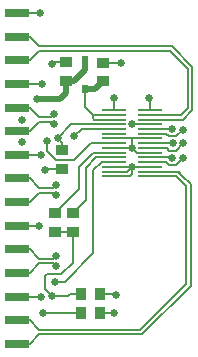
<source format=gtl>
%FSLAX25Y25*%
%MOIN*%
G70*
G01*
G75*
G04 Layer_Physical_Order=1*
G04 Layer_Color=255*
%ADD10R,0.07874X0.03150*%
%ADD11R,0.03937X0.03740*%
%ADD12R,0.02362X0.03150*%
%ADD13R,0.07874X0.00787*%
%ADD14R,0.03937X0.03543*%
%ADD15R,0.03543X0.03937*%
%ADD16C,0.00800*%
%ADD17C,0.02000*%
%ADD18C,0.02600*%
D10*
X447500Y392362D02*
D03*
Y384488D02*
D03*
Y290000D02*
D03*
Y297874D02*
D03*
Y305748D02*
D03*
Y313622D02*
D03*
Y321496D02*
D03*
Y329370D02*
D03*
Y337244D02*
D03*
Y345118D02*
D03*
Y352992D02*
D03*
Y360866D02*
D03*
Y368740D02*
D03*
Y376614D02*
D03*
Y400236D02*
D03*
D11*
X464100Y383850D02*
D03*
Y377550D02*
D03*
X476400Y377450D02*
D03*
Y383750D02*
D03*
X462700Y348150D02*
D03*
Y354450D02*
D03*
D12*
X470400Y374800D02*
D03*
Y384643D02*
D03*
D13*
X480012Y345831D02*
D03*
X491823D02*
D03*
X480012Y347406D02*
D03*
X491823D02*
D03*
X480012Y348980D02*
D03*
X491823D02*
D03*
X480012Y350555D02*
D03*
X491823D02*
D03*
X480012Y352130D02*
D03*
X491823D02*
D03*
X480012Y353705D02*
D03*
X491823D02*
D03*
X480012Y355279D02*
D03*
X491823D02*
D03*
X480012Y356854D02*
D03*
X491823D02*
D03*
X480012Y358429D02*
D03*
X491823D02*
D03*
X480012Y360004D02*
D03*
X491823D02*
D03*
X480012Y361579D02*
D03*
X491823D02*
D03*
X480012Y363154D02*
D03*
X491823D02*
D03*
X480012Y364728D02*
D03*
X491823D02*
D03*
X480012Y366303D02*
D03*
Y367878D02*
D03*
X491823Y366303D02*
D03*
Y367878D02*
D03*
D14*
X466200Y327150D02*
D03*
Y333450D02*
D03*
X460200Y327150D02*
D03*
Y333450D02*
D03*
D15*
X469050Y306700D02*
D03*
X475350D02*
D03*
X469050Y300400D02*
D03*
X475350D02*
D03*
D16*
X480012Y348980D02*
X480031Y349000D01*
X486000D01*
X491803D01*
X491823Y348980D01*
X501631Y347131D02*
X502808Y345954D01*
X505600Y343163D01*
X501357Y347406D02*
X502808Y345954D01*
X491823Y347406D02*
X501357D01*
X500669Y345831D02*
X504000Y342500D01*
X491823Y345831D02*
X500669D01*
X504000Y310000D02*
Y342500D01*
X488737Y294737D02*
X504000Y310000D01*
X506100Y367837D02*
Y382400D01*
X502991Y364728D02*
X506100Y367837D01*
X491823Y364728D02*
X502991D01*
X502303Y366303D02*
X503500Y367500D01*
X491823Y366303D02*
X502303D01*
X503500Y367500D02*
X504500Y368500D01*
X502500Y366500D02*
X503500Y367500D01*
X505600Y309337D02*
Y343163D01*
X489400Y293137D02*
X505600Y309337D01*
X455137Y293137D02*
X489400D01*
X455137Y294737D02*
X488737D01*
X452000Y297874D02*
X455137Y294737D01*
X447500Y297874D02*
X452000D01*
Y290000D02*
X455137Y293137D01*
X447500Y290000D02*
X452000D01*
X447500Y305748D02*
X455752D01*
X460500Y315859D02*
Y316759D01*
X459600Y318359D02*
X460500Y319259D01*
X459600Y316759D02*
X460500Y315859D01*
X455137Y318359D02*
X459600D01*
X452000Y321496D02*
X455137Y318359D01*
X447500Y321496D02*
X452000D01*
X455137Y316759D02*
X459600D01*
X452000Y313622D02*
X455137Y316759D01*
X447500Y313622D02*
X452000D01*
X459100Y365603D02*
X460000Y366503D01*
X459100Y364003D02*
X460000Y363103D01*
X455137Y365603D02*
X459100D01*
X452000Y368740D02*
X455137Y365603D01*
X447500Y368740D02*
X452000D01*
X455137Y364003D02*
X459100D01*
X452000Y360866D02*
X455137Y364003D01*
X447500Y360866D02*
X452000D01*
X459600Y341981D02*
X460500Y342881D01*
X459600Y340381D02*
X460500Y339481D01*
X455137Y341981D02*
X459600D01*
X452000Y345118D02*
X455137Y341981D01*
X447500Y345118D02*
X452000D01*
X455137Y340381D02*
X459600D01*
X452000Y337244D02*
X455137Y340381D01*
X447500Y337244D02*
X452000D01*
X447500Y352992D02*
X455508D01*
X447500Y376614D02*
X455886D01*
X447500Y400236D02*
X455264D01*
X504500Y368500D02*
Y381737D01*
X498612Y387625D02*
X504500Y381737D01*
X455137Y387625D02*
X498612D01*
X499275Y389225D02*
X506100Y382400D01*
X455137Y389225D02*
X499275D01*
X452000Y392362D02*
X455137Y389225D01*
X447500Y392362D02*
X452000D01*
Y384488D02*
X455137Y387625D01*
X447500Y384488D02*
X452000D01*
X480012Y347406D02*
X484406D01*
X486000Y349000D01*
X480012Y345831D02*
X485331D01*
X486000Y346500D01*
Y349000D01*
X486047Y355310D02*
X487653Y353705D01*
X480012Y355279D02*
X485840D01*
X485861Y358429D02*
X485890Y358400D01*
X480012Y358429D02*
X485861D01*
X485823Y363154D02*
X491823D01*
X485823D02*
X485827Y363150D01*
X485850D01*
X491823Y367878D02*
Y371987D01*
X491810Y372000D02*
X491823Y371987D01*
X480012Y367878D02*
Y372018D01*
X491823Y360004D02*
X497428D01*
X502838Y361390D02*
X502840D01*
X485890Y355467D02*
Y358400D01*
X485861Y358429D02*
X491823D01*
X485980Y355310D02*
X486047D01*
X485870D02*
X485980D01*
X487653Y353705D02*
X491823D01*
X485890Y355467D02*
X486047Y355310D01*
X491823Y361579D02*
X499359D01*
X499440Y361660D01*
Y361720D01*
X497428Y360004D02*
X498212Y359220D01*
X500668D02*
X502838Y361390D01*
X498212Y359220D02*
X500668D01*
X491823Y356854D02*
X499424D01*
X499490Y356920D01*
X491823Y355279D02*
X497595D01*
X498455Y354420D01*
X500630D01*
X503090Y356880D01*
X491823Y352130D02*
X499310D01*
X499360Y352080D01*
X491823Y350555D02*
X497349D01*
X498324Y349580D01*
X500610D01*
X503070Y352040D01*
X472877Y366303D02*
X480012D01*
X470400Y368780D02*
X472877Y366303D01*
X470400Y368780D02*
Y374800D01*
X473392Y364728D02*
X480012D01*
X472877Y365243D02*
X473392Y364728D01*
X472877Y365243D02*
Y366303D01*
X469259Y361579D02*
X480012D01*
X466770Y359090D02*
X469259Y361579D01*
X465794Y363154D02*
X480012D01*
X461170Y358530D02*
X465794Y363154D01*
X462700Y354450D02*
Y357000D01*
X461170Y358530D02*
X462700Y357000D01*
X457230Y348150D02*
X462700D01*
X457120Y348040D02*
X457230Y348150D01*
X459650Y383850D02*
X464100D01*
X459200Y383400D02*
X459650Y383850D01*
X476400Y383750D02*
X482120D01*
X482200Y383670D01*
X457570Y354327D02*
X460577Y351320D01*
X457570Y354327D02*
Y357570D01*
X460577Y351320D02*
X466650D01*
X472184Y356854D01*
X480012D01*
X460200Y333450D02*
X468400Y341650D01*
X466200Y333450D02*
X470580Y337830D01*
X468400Y341650D02*
Y348960D01*
X460280Y310580D02*
X463540D01*
X473150Y320190D01*
X470580Y337830D02*
Y348580D01*
X473150Y320190D02*
Y347863D01*
X475842Y350555D01*
X480012D01*
X468400Y348960D02*
X473145Y353705D01*
X480012D01*
X470580Y348580D02*
X474130Y352130D01*
X480012D01*
X460200Y327150D02*
X466200D01*
Y316980D02*
Y327150D01*
X462470Y313250D02*
X466200Y316980D01*
X457750Y313250D02*
X462470D01*
X456990Y312490D02*
X457750Y313250D01*
X456990Y308340D02*
Y312490D01*
Y308340D02*
X459330Y306000D01*
X456410Y300400D02*
X469050D01*
X456230Y300220D02*
X456410Y300400D01*
X475350D02*
X479860D01*
X479900Y300360D01*
X447500Y329370D02*
X454940D01*
X454980Y329330D01*
X475350Y306700D02*
X480400D01*
X480810Y306290D01*
X459330Y306000D02*
X464610D01*
X465310Y306700D01*
X469050D01*
D17*
X470400Y381220D02*
Y384643D01*
X466730Y377550D02*
X470400Y381220D01*
X464100Y377550D02*
X466730D01*
X464100Y373620D02*
Y377550D01*
X461910Y371430D02*
X464100Y373620D01*
X454220Y371430D02*
X461910D01*
X470400Y374800D02*
X473750D01*
X476400Y377450D01*
D18*
X486000Y349000D02*
D03*
X455752Y305748D02*
D03*
X460500Y319259D02*
D03*
Y315859D02*
D03*
X460000Y363103D02*
D03*
X460500Y342881D02*
D03*
Y339481D02*
D03*
X455508Y352992D02*
D03*
X455886Y376614D02*
D03*
X455264Y400236D02*
D03*
X485850Y363150D02*
D03*
X491810Y372000D02*
D03*
X480012Y372018D02*
D03*
X502840Y361390D02*
D03*
X485980Y355310D02*
D03*
X499490Y356920D02*
D03*
X499440Y361720D02*
D03*
X503090Y356880D02*
D03*
X499360Y352080D02*
D03*
X503070Y352040D02*
D03*
X449390Y364580D02*
D03*
X449160Y357150D02*
D03*
X466770Y359090D02*
D03*
X461170Y358530D02*
D03*
X457120Y348040D02*
D03*
X459200Y383400D02*
D03*
X482200Y383670D02*
D03*
X457570Y357570D02*
D03*
X460280Y310580D02*
D03*
X459330Y306000D02*
D03*
X456230Y300220D02*
D03*
X479900Y300360D02*
D03*
X454980Y329330D02*
D03*
X480810Y306290D02*
D03*
X460000Y366503D02*
D03*
X454220Y371430D02*
D03*
M02*

</source>
